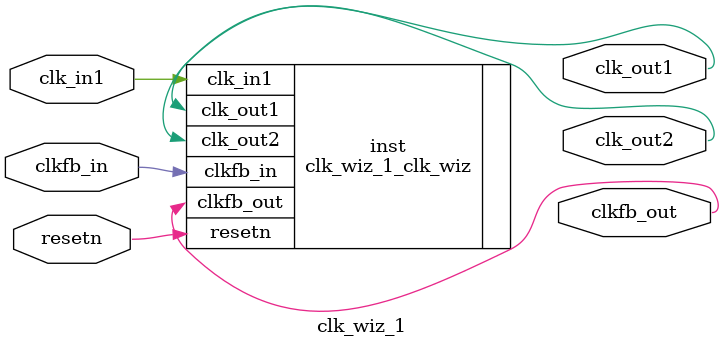
<source format=v>


`timescale 1ps/1ps

(* CORE_GENERATION_INFO = "clk_wiz_1,clk_wiz_v6_0_15_0_0,{component_name=clk_wiz_1,use_phase_alignment=true,use_min_o_jitter=false,use_max_i_jitter=false,use_dyn_phase_shift=false,use_inclk_switchover=false,use_dyn_reconfig=false,enable_axi=0,feedback_source=FDBK_AUTO_OFFCHIP,PRIMITIVE=MMCM,num_out_clk=2,clkin1_period=10.000,clkin2_period=10.000,use_power_down=false,use_reset=true,use_locked=false,use_inclk_stopped=false,feedback_type=SINGLE,CLOCK_MGR_TYPE=NA,manual_override=false}" *)

module clk_wiz_1 
 (
  input         clkfb_in,
  // Clock out ports
  output        clk_out1,
  output        clk_out2,
  output        clkfb_out,
  // Status and control signals
  input         resetn,
 // Clock in ports
  input         clk_in1
 );

  clk_wiz_1_clk_wiz inst
  (
  .clkfb_in(clkfb_in),
  // Clock out ports  
  .clk_out1(clk_out1),
  .clk_out2(clk_out2),
  .clkfb_out(clkfb_out),
  // Status and control signals               
  .resetn(resetn), 
 // Clock in ports
  .clk_in1(clk_in1)
  );

endmodule

</source>
